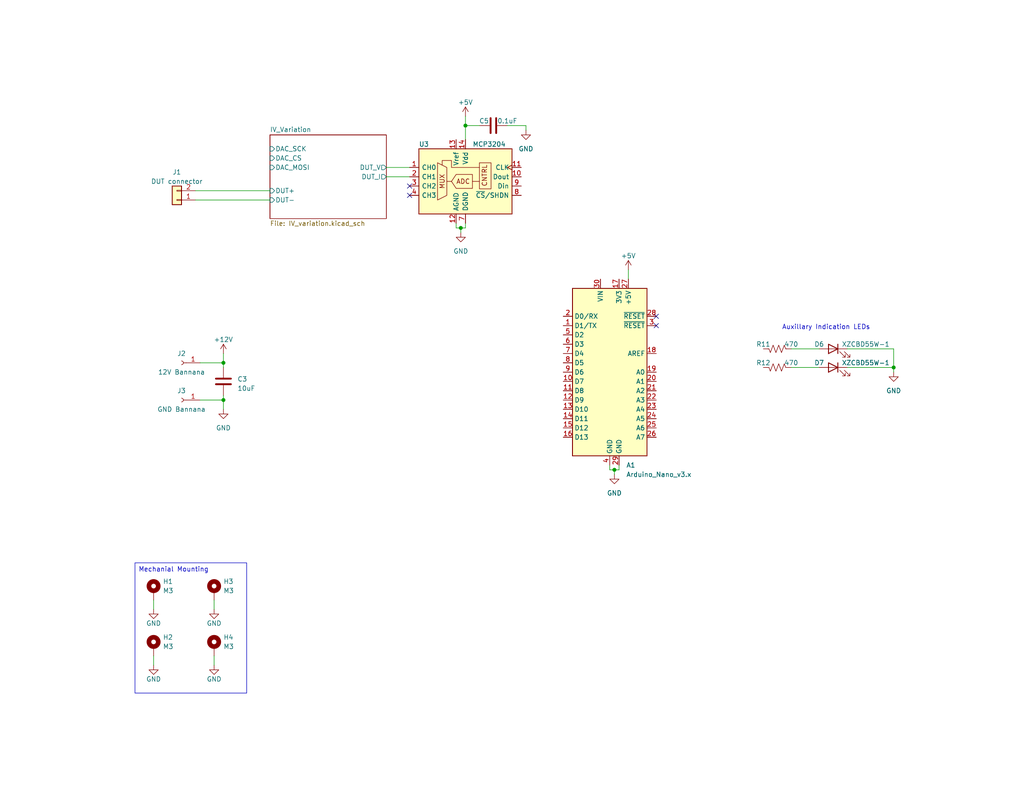
<source format=kicad_sch>
(kicad_sch (version 20230121) (generator eeschema)
  (paper "USLetter")
  (title_block (title "USB Curve Tracer") (date "2022-04-10") (rev "1") (company "Newton Technologies") (comment 1 "Designed by Marek Newton"))
  (lib_symbols
    (symbol "+5V_1" (power) (pin_names (offset 0))
      (property "Value" "+5V_1" (at 0 3.556 0))
      (symbol "+5V_1_0_1"
        (polyline (pts (xy -0.762 1.27) (xy 0 2.54)))
        (polyline (pts (xy 0 0) (xy 0 2.54)))
        (polyline (pts (xy 0 2.54) (xy 0.762 1.27)))
      )
      (symbol "+5V_1_1_1"
        (pin power_in line (at 0 0 90) (length 0) hide (name "+5V") (number "1"))
      )
    )
    (symbol "Analog_ADC:MCP3204" (pin_names (offset 0.762))
      (property "Reference" "U" (at -5.08 10.795 0))
      (property "Value" "MCP3204" (at -5.08 8.89 0))
      (symbol "MCP3204_0_0"
        (text "ADC" (at -0.635 -1.27 0) (effects (font (size 1.27 1.27))))
        (text "CNTRL" (at 5.969 -2.667 900) (effects (font (size 1.27 1.27)) (justify left bottom)))
        (text "MUX" (at -6.35 -1.27 900) (effects (font (size 1.27 1.27))))
      )
      (symbol "MCP3204_0_1"
        (polyline (pts (xy -5.08 -1.27) (xy -3.81 -1.27)))
        (polyline (pts (xy 1.905 -1.27) (xy 3.81 -1.27)))
        (polyline (pts (xy -7.62 3.81) (xy -7.62 -6.35) (xy -5.08 -5.08) (xy -5.08 2.54) (xy -7.62 3.81)))
        (polyline (pts (xy 3.81 2.54) (xy -3.81 2.54) (xy -3.81 4.445) (xy -6.35 4.445) (xy -6.35 3.175)))
        (polyline (pts (xy -3.81 -1.27) (xy -2.54 0.635) (xy 1.905 0.635) (xy 1.905 -3.175) (xy -2.54 -3.175) (xy -3.81 -1.27)))
        (rectangle (start 3.81 -3.302) (end 6.985 3.81))
        (rectangle (start 12.7 7.62) (end -12.7 -10.16) (stroke (width 0.254)) (fill (type background)))
      )
      (symbol "MCP3204_1_1"
        (pin input line (at -15.24 2.54 0) (length 2.54) (name "CH0") (number "1"))
        (pin output line (at 15.24 0 180) (length 2.54) (name "Dout") (number "10"))
        (pin input clock (at 15.24 2.54 180) (length 2.54) (name "CLK") (number "11"))
        (pin power_in line (at -2.54 -12.7 90) (length 2.54) (name "AGND") (number "12"))
        (pin power_in line (at -2.54 10.16 270) (length 2.54) (name "Vref") (number "13"))
        (pin power_in line (at 0 10.16 270) (length 2.54) (name "Vdd") (number "14"))
        (pin input line (at -15.24 0 0) (length 2.54) (name "CH1") (number "2"))
        (pin input line (at -15.24 -2.54 0) (length 2.54) (name "CH2") (number "3"))
        (pin input line (at -15.24 -5.08 0) (length 2.54) (name "CH3") (number "4"))
        (pin no_connect line (at -10.16 -10.16 90) (length 2.54) hide (name "NC") (number "5"))
        (pin no_connect line (at -7.62 -10.16 90) (length 2.54) hide (name "NC") (number "6"))
        (pin power_in line (at 0 -12.7 90) (length 2.54) (name "DGND") (number "7"))
        (pin input line (at 15.24 -5.08 180) (length 2.54) (name "~{CS}/SHDN") (number "8"))
        (pin input line (at 15.24 -2.54 180) (length 2.54) (name "Din") (number "9"))
      )
    )
    (symbol "Connector:Conn_01x01_Socket" (pin_names (offset 1.016) hide)
      (property "Reference" "J" (at 0 2.54 0))
      (property "Value" "Conn_01x01_Socket" (at 0 -2.54 0))
      (symbol "Conn_01x01_Socket_1_1"
        (polyline (pts (xy -1.27 0) (xy -0.508 0)) (stroke (width 0.1524)))
        (arc (start 0 0.508) (mid -0.5058 0) (end 0 -0.508) (stroke (width 0.1524)))
        (pin passive line (at -5.08 0 0) (length 3.81) (name "Pin_1") (number "1"))
      )
    )
    (symbol "Connector_Generic:Conn_01x02" (pin_names (offset 1.016) hide)
      (property "Reference" "J" (at 0 2.54 0))
      (property "Value" "Conn_01x02" (at 0 -5.08 0))
      (symbol "Conn_01x02_1_1"
        (rectangle (start -1.27 -2.413) (end 0 -2.667) (stroke (width 0.1524)))
        (rectangle (start -1.27 0.127) (end 0 -0.127) (stroke (width 0.1524)))
        (rectangle (start -1.27 1.27) (end 1.27 -3.81) (stroke (width 0.254)) (fill (type background)))
        (pin passive line (at -5.08 0 0) (length 3.81) (name "Pin_1") (number "1"))
        (pin passive line (at -5.08 -2.54 0) (length 3.81) (name "Pin_2") (number "2"))
      )
    )
    (symbol "Device:C" (pin_numbers hide) (pin_names (offset 0.254))
      (property "Reference" "C" (at 0.635 2.54 0))
      (property "Value" "C" (at 0.635 -2.54 0))
      (symbol "C_0_1"
        (polyline (pts (xy -2.032 -0.762) (xy 2.032 -0.762)) (stroke (width 0.508)))
        (polyline (pts (xy -2.032 0.762) (xy 2.032 0.762)) (stroke (width 0.508)))
      )
      (symbol "C_1_1"
        (pin passive line (at 0 3.81 270) (length 2.794) (name "~") (number "1"))
        (pin passive line (at 0 -3.81 90) (length 2.794) (name "~") (number "2"))
      )
    )
    (symbol "Device:LED" (pin_numbers hide) (pin_names (offset 1.016) hide)
      (property "Reference" "D" (at 0 2.54 0))
      (property "Value" "LED" (at 0 -2.54 0))
      (symbol "LED_0_1"
        (polyline (pts (xy -1.27 -1.27) (xy -1.27 1.27)) (stroke (width 0.254)))
        (polyline (pts (xy -1.27 0) (xy 1.27 0)))
        (polyline (pts (xy 1.27 -1.27) (xy 1.27 1.27) (xy -1.27 0) (xy 1.27 -1.27)) (stroke (width 0.254)))
        (polyline (pts (xy -3.048 -0.762) (xy -4.572 -2.286) (xy -3.81 -2.286) (xy -4.572 -2.286) (xy -4.572 -1.524)))
        (polyline (pts (xy -1.778 -0.762) (xy -3.302 -2.286) (xy -2.54 -2.286) (xy -3.302 -2.286) (xy -3.302 -1.524)))
      )
      (symbol "LED_1_1"
        (pin passive line (at -3.81 0 0) (length 2.54) (name "K") (number "1"))
        (pin passive line (at 3.81 0 180) (length 2.54) (name "A") (number "2"))
      )
    )
    (symbol "Device:R_US" (pin_numbers hide) (pin_names (offset 0))
      (property "Reference" "R" (at 2.54 0 90))
      (property "Value" "R_US" (at -2.54 0 90))
      (symbol "R_US_0_1"
        (polyline (pts (xy 0 -2.286) (xy 0 -2.54)))
        (polyline (pts (xy 0 2.286) (xy 0 2.54)))
        (polyline (pts (xy 0 -0.762) (xy 1.016 -1.143) (xy 0 -1.524) (xy -1.016 -1.905) (xy 0 -2.286)))
        (polyline (pts (xy 0 0.762) (xy 1.016 0.381) (xy 0 0) (xy -1.016 -0.381) (xy 0 -0.762)))
        (polyline (pts (xy 0 2.286) (xy 1.016 1.905) (xy 0 1.524) (xy -1.016 1.143) (xy 0 0.762)))
      )
      (symbol "R_US_1_1"
        (pin passive line (at 0 3.81 270) (length 1.27) (name "~") (number "1"))
        (pin passive line (at 0 -3.81 90) (length 1.27) (name "~") (number "2"))
      )
    )
    (symbol "GND_1" (power) (pin_names (offset 0))
      (property "Value" "GND_1" (at 0 -3.81 0))
      (symbol "GND_1_0_1"
        (polyline (pts (xy 0 0) (xy 0 -1.27) (xy 1.27 -1.27) (xy 0 -2.54) (xy -1.27 -1.27) (xy 0 -1.27)))
      )
      (symbol "GND_1_1_1"
        (pin power_in line (at 0 0 270) (length 0) hide (name "GND") (number "1"))
      )
    )
    (symbol "MCU_Module:Arduino_Nano_v3.x"
      (property "Reference" "A" (at -10.16 23.495 0))
      (property "Value" "Arduino_Nano_v3.x" (at 5.08 -24.13 0))
      (symbol "Arduino_Nano_v3.x_0_1"
        (rectangle (start -10.16 22.86) (end 10.16 -22.86) (stroke (width 0.254)) (fill (type background)))
      )
      (symbol "Arduino_Nano_v3.x_1_1"
        (pin bidirectional line (at -12.7 12.7 0) (length 2.54) (name "D1/TX") (number "1"))
        (pin bidirectional line (at -12.7 -2.54 0) (length 2.54) (name "D7") (number "10"))
        (pin bidirectional line (at -12.7 -5.08 0) (length 2.54) (name "D8") (number "11"))
        (pin bidirectional line (at -12.7 -7.62 0) (length 2.54) (name "D9") (number "12"))
        (pin bidirectional line (at -12.7 -10.16 0) (length 2.54) (name "D10") (number "13"))
        (pin bidirectional line (at -12.7 -12.7 0) (length 2.54) (name "D11") (number "14"))
        (pin bidirectional line (at -12.7 -15.24 0) (length 2.54) (name "D12") (number "15"))
        (pin bidirectional line (at -12.7 -17.78 0) (length 2.54) (name "D13") (number "16"))
        (pin power_out line (at 2.54 25.4 270) (length 2.54) (name "3V3") (number "17"))
        (pin input line (at 12.7 5.08 180) (length 2.54) (name "AREF") (number "18"))
        (pin bidirectional line (at 12.7 0 180) (length 2.54) (name "A0") (number "19"))
        (pin bidirectional line (at -12.7 15.24 0) (length 2.54) (name "D0/RX") (number "2"))
        (pin bidirectional line (at 12.7 -2.54 180) (length 2.54) (name "A1") (number "20"))
        (pin bidirectional line (at 12.7 -5.08 180) (length 2.54) (name "A2") (number "21"))
        (pin bidirectional line (at 12.7 -7.62 180) (length 2.54) (name "A3") (number "22"))
        (pin bidirectional line (at 12.7 -10.16 180) (length 2.54) (name "A4") (number "23"))
        (pin bidirectional line (at 12.7 -12.7 180) (length 2.54) (name "A5") (number "24"))
        (pin bidirectional line (at 12.7 -15.24 180) (length 2.54) (name "A6") (number "25"))
        (pin bidirectional line (at 12.7 -17.78 180) (length 2.54) (name "A7") (number "26"))
        (pin power_out line (at 5.08 25.4 270) (length 2.54) (name "+5V") (number "27"))
        (pin input line (at 12.7 15.24 180) (length 2.54) (name "~{RESET}") (number "28"))
        (pin power_in line (at 2.54 -25.4 90) (length 2.54) (name "GND") (number "29"))
        (pin input line (at 12.7 12.7 180) (length 2.54) (name "~{RESET}") (number "3"))
        (pin power_in line (at -2.54 25.4 270) (length 2.54) (name "VIN") (number "30"))
        (pin power_in line (at 0 -25.4 90) (length 2.54) (name "GND") (number "4"))
        (pin bidirectional line (at -12.7 10.16 0) (length 2.54) (name "D2") (number "5"))
        (pin bidirectional line (at -12.7 7.62 0) (length 2.54) (name "D3") (number "6"))
        (pin bidirectional line (at -12.7 5.08 0) (length 2.54) (name "D4") (number "7"))
        (pin bidirectional line (at -12.7 2.54 0) (length 2.54) (name "D5") (number "8"))
        (pin bidirectional line (at -12.7 0 0) (length 2.54) (name "D6") (number "9"))
      )
    )
    (symbol "Mechanical:MountingHole_Pad" (pin_numbers hide) (pin_names (offset 1.016) hide)
      (property "Reference" "H" (at 0 6.35 0))
      (property "Value" "MountingHole_Pad" (at 0 4.445 0))
      (symbol "MountingHole_Pad_0_1"
        (circle (center 0 1.27) (radius 1.27) (stroke (width 1.27)))
      )
      (symbol "MountingHole_Pad_1_1"
        (pin input line (at 0 -2.54 90) (length 2.54) (name "1") (number "1"))
      )
    )
    (symbol "power:+12V" (power) (pin_names (offset 0))
      (property "Value" "+12V" (at 0 3.556 0))
      (symbol "+12V_0_1"
        (polyline (pts (xy -0.762 1.27) (xy 0 2.54)))
        (polyline (pts (xy 0 0) (xy 0 2.54)))
        (polyline (pts (xy 0 2.54) (xy 0.762 1.27)))
      )
      (symbol "+12V_1_1"
        (pin power_in line (at 0 0 90) (length 0) hide (name "+12V") (number "1"))
      )
    )
    (symbol "power:GND" (power) (pin_names (offset 0))
      (property "Value" "GND" (at 0 -3.81 0))
      (symbol "GND_0_1"
        (polyline (pts (xy 0 0) (xy 0 -1.27) (xy 1.27 -1.27) (xy 0 -2.54) (xy -1.27 -1.27) (xy 0 -1.27)))
      )
      (symbol "GND_1_1"
        (pin power_in line (at 0 0 270) (length 0) hide (name "GND") (number "1"))
      )
    )
  )
  (junction (at 60.96 109.22))
  (junction (at 243.84 100.33))
  (junction (at 125.73 62.23))
  (junction (at 60.96 99.06))
  (junction (at 167.64 128.27))
  (junction (at 127 34.29))
  (no_connect (at 111.76 53.34))
  (no_connect (at 179.07 86.36))
  (no_connect (at 111.76 50.8))
  (no_connect (at 179.07 88.9))
  (wire (pts (xy 105.41 45.72) (xy 111.76 45.72)))
  (wire (pts (xy 243.84 100.33) (xy 231.14 100.33)))
  (wire (pts (xy 166.37 128.27) (xy 167.64 128.27)))
  (wire (pts (xy 223.52 100.33) (xy 215.9 100.33)))
  (wire (pts (xy 243.84 100.33) (xy 243.84 95.25)))
  (wire (pts (xy 168.91 128.27) (xy 168.91 127)))
  (wire (pts (xy 127 34.29) (xy 130.81 34.29)))
  (wire (pts (xy 143.51 34.29) (xy 143.51 35.56)))
  (wire (pts (xy 127 34.29) (xy 127 38.1)))
  (wire (pts (xy 53.34 52.07) (xy 73.66 52.07)))
  (wire (pts (xy 125.73 62.23) (xy 125.73 63.5)))
  (wire (pts (xy 124.46 60.96) (xy 124.46 62.23)))
  (wire (pts (xy 166.37 127) (xy 166.37 128.27)))
  (wire (pts (xy 125.73 62.23) (xy 127 62.23)))
  (wire (pts (xy 167.64 128.27) (xy 168.91 128.27)))
  (wire (pts (xy 138.43 34.29) (xy 143.51 34.29)))
  (wire (pts (xy 243.84 101.6) (xy 243.84 100.33)))
  (wire (pts (xy 58.42 179.07) (xy 58.42 181.61)))
  (wire (pts (xy 58.42 163.83) (xy 58.42 166.37)))
  (wire (pts (xy 41.91 163.83) (xy 41.91 166.37)))
  (wire (pts (xy 60.96 99.06) (xy 60.96 100.33)))
  (wire (pts (xy 223.52 95.25) (xy 215.9 95.25)))
  (wire (pts (xy 167.64 128.27) (xy 167.64 129.54)))
  (wire (pts (xy 231.14 95.25) (xy 243.84 95.25)))
  (wire (pts (xy 60.96 99.06) (xy 60.96 96.52)))
  (wire (pts (xy 171.45 73.66) (xy 171.45 76.2)))
  (wire (pts (xy 54.61 109.22) (xy 60.96 109.22)))
  (wire (pts (xy 60.96 109.22) (xy 60.96 111.76)))
  (wire (pts (xy 127 60.96) (xy 127 62.23)))
  (wire (pts (xy 105.41 48.26) (xy 111.76 48.26)))
  (wire (pts (xy 127 31.75) (xy 127 34.29)))
  (wire (pts (xy 60.96 107.95) (xy 60.96 109.22)))
  (wire (pts (xy 124.46 62.23) (xy 125.73 62.23)))
  (wire (pts (xy 53.34 54.61) (xy 73.66 54.61)))
  (wire (pts (xy 41.91 179.07) (xy 41.91 181.61)))
  (wire (pts (xy 54.61 99.06) (xy 60.96 99.06)))
  (text_box "Mechanial Mounting" (at 36.83 153.67 0) (size 30.48 35.56) (effects (font (size 1.27 1.27)) (justify left top)))
  (text "Auxillary Indication LEDs" (at 213.36 90.17 0) (effects (font (size 1.27 1.27)) (justify left bottom)))
  (symbol (lib_name "GND_1") (lib_id "power:GND") (at 60.96 111.76 0) (unit 1)
    (property "Reference" "#PWR012" (effects hide))
    (property "Value" "GND" (at 60.96 116.84 0))
  )
  (symbol (lib_name "+5V_1") (lib_id "power:+5V") (at 127 31.75 0) (unit 1)
    (property "Reference" "#PWR024" (effects hide))
    (property "Value" "+5V" (at 127 27.94 0))
  )
  (symbol (lib_id "power:GND") (at 143.51 35.56 0) (mirror y) (unit 1)
    (property "Reference" "#PWR026" (effects hide))
    (property "Value" "GND" (at 143.51 40.64 0))
  )
  (symbol (lib_id "power:+12V") (at 60.96 96.52 0) (unit 1)
    (property "Reference" "#PWR013" (effects hide))
    (property "Value" "+12V" (at 60.96 92.71 0))
  )
  (symbol (lib_id "Mechanical:MountingHole_Pad") (at 41.91 161.29 0) (unit 1)
    (property "Reference" "H1" (at 44.45 158.7499 0) (effects (justify left)))
    (property "Value" "M3" (at 44.45 161.2899 0) (effects (justify left)))
    (property "Footprint" "MountingHole:MountingHole_3.2mm_M3_Pad_Via" (effects hide))
  )
  (symbol (lib_id "Device:C") (at 134.62 34.29 90) (unit 1)
    (property "Reference" "C5" (at 132.08 33.02 90))
    (property "Value" "0.1uF" (at 138.43 33.02 90))
  )
  (symbol (lib_id "power:GND") (at 167.64 129.54 0) (mirror y) (unit 1)
    (property "Reference" "#PWR011" (effects hide))
    (property "Value" "GND" (at 167.64 134.62 0))
  )
  (symbol (lib_id "power:GND") (at 58.42 166.37 0) (unit 1)
    (property "Reference" "#PWR07" (effects hide))
    (property "Value" "GND" (at 58.42 170.18 0))
  )
  (symbol (lib_id "Connector:Conn_01x01_Socket") (at 49.53 109.22 180) (unit 1)
    (property "Reference" "J3" (at 49.53 106.68 0))
    (property "Value" "GND Bannana" (at 49.53 111.76 0))
  )
  (symbol (lib_id "Device:LED") (at 227.33 95.25 0) (mirror y) (unit 1)
    (property "Reference" "D6" (at 223.52 93.98 0))
    (property "Value" "XZCBD55W-1" (at 236.22 93.98 0))
    (property "Footprint" "LED_SMD:LED_1206_3216Metric_Pad1.42x1.75mm_HandSolder" (effects hide))
  )
  (symbol (lib_id "power:GND") (at 243.84 101.6 0) (unit 1)
    (property "Reference" "#PWR025" (effects hide))
    (property "Value" "GND" (at 243.84 106.68 0))
  )
  (symbol (lib_id "power:GND") (at 125.73 63.5 0) (mirror y) (unit 1)
    (property "Reference" "#PWR023" (effects hide))
    (property "Value" "GND" (at 125.73 68.58 0))
  )
  (symbol (lib_id "Mechanical:MountingHole_Pad") (at 58.42 161.29 0) (unit 1)
    (property "Reference" "H3" (at 60.96 158.7499 0) (effects (justify left)))
    (property "Value" "M3" (at 60.96 161.2899 0) (effects (justify left)))
    (property "Footprint" "MountingHole:MountingHole_3.2mm_M3_Pad_Via" (effects hide))
  )
  (symbol (lib_id "Device:C") (at 60.96 104.14 0) (unit 1)
    (property "Reference" "C3" (at 64.77 103.505 0) (effects (justify left)))
    (property "Value" "10uF" (at 64.77 106.045 0) (effects (justify left)))
  )
  (symbol (lib_id "Connector:Conn_01x01_Socket") (at 49.53 99.06 180) (unit 1)
    (property "Reference" "J2" (at 49.53 96.52 0))
    (property "Value" "12V Bannana" (at 49.53 101.6 0))
  )
  (symbol (lib_id "Device:LED") (at 227.33 100.33 0) (mirror y) (unit 1)
    (property "Reference" "D7" (at 223.52 99.06 0))
    (property "Value" "XZCBD55W-1" (at 236.22 99.06 0))
    (property "Footprint" "LED_SMD:LED_1206_3216Metric_Pad1.42x1.75mm_HandSolder" (effects hide))
  )
  (symbol (lib_id "Device:R_US") (at 212.09 95.25 270) (mirror x) (unit 1)
    (property "Reference" "R11" (at 208.28 93.98 90))
    (property "Value" "470" (at 215.9 93.98 90))
    (property "Footprint" "Resistor_THT:R_Axial_DIN0207_L6.3mm_D2.5mm_P7.62mm_Horizontal" (effects hide))
  )
  (symbol (lib_id "power:GND") (at 41.91 181.61 0) (unit 1)
    (property "Reference" "#PWR06" (effects hide))
    (property "Value" "GND" (at 41.91 185.42 0))
  )
  (symbol (lib_id "Connector_Generic:Conn_01x02") (at 48.26 54.61 180) (unit 1)
    (property "Reference" "J1" (at 48.26 46.99 0))
    (property "Value" "DUT connector" (at 48.26 49.53 0))
  )
  (symbol (lib_id "Analog_ADC:MCP3204") (at 127 48.26 0) (unit 1)
    (property "Reference" "U3" (at 114.3 39.37 0) (effects (justify left)))
    (property "Value" "MCP3204" (at 128.9559 39.37 0) (effects (justify left)))
    (property "Datasheet" "http://ww1.microchip.com/downloads/en/DeviceDoc/21298c.pdf" (effects hide))
  )
  (symbol (lib_id "power:GND") (at 58.42 181.61 0) (unit 1)
    (property "Reference" "#PWR08" (effects hide))
    (property "Value" "GND" (at 58.42 185.42 0))
  )
  (symbol (lib_id "power:GND") (at 41.91 166.37 0) (unit 1)
    (property "Reference" "#PWR05" (effects hide))
    (property "Value" "GND" (at 41.91 170.18 0))
  )
  (symbol (lib_id "Device:R_US") (at 212.09 100.33 270) (mirror x) (unit 1)
    (property "Reference" "R12" (at 208.28 99.06 90))
    (property "Value" "470" (at 215.9 99.06 90))
    (property "Footprint" "Resistor_THT:R_Axial_DIN0207_L6.3mm_D2.5mm_P7.62mm_Horizontal" (effects hide))
  )
  (symbol (lib_id "Mechanical:MountingHole_Pad") (at 41.91 176.53 0) (unit 1)
    (property "Reference" "H2" (at 44.45 173.9899 0) (effects (justify left)))
    (property "Value" "M3" (at 44.45 176.5299 0) (effects (justify left)))
    (property "Footprint" "MountingHole:MountingHole_3.2mm_M3_Pad_Via" (effects hide))
  )
  (symbol (lib_id "Mechanical:MountingHole_Pad") (at 58.42 176.53 0) (unit 1)
    (property "Reference" "H4" (at 60.96 173.9899 0) (effects (justify left)))
    (property "Value" "M3" (at 60.96 176.5299 0) (effects (justify left)))
    (property "Footprint" "MountingHole:MountingHole_3.2mm_M3_Pad_Via" (effects hide))
  )
  (symbol (lib_id "MCU_Module:Arduino_Nano_v3.x") (at 166.37 101.6 0) (unit 1)
    (property "Reference" "A1" (at 170.8659 127 0) (effects (justify left)))
    (property "Value" "Arduino_Nano_v3.x" (at 170.8659 129.54 0) (effects (justify left)))
    (property "Footprint" "Module:Arduino_Nano" (effects hide))
    (property "Datasheet" "http://www.mouser.com/pdfdocs/Gravitech_Arduino_Nano3_0.pdf" (effects hide))
  )
  (symbol (lib_name "+5V_1") (lib_id "power:+5V") (at 171.45 73.66 0) (unit 1)
    (property "Reference" "#PWR09" (effects hide))
    (property "Value" "+5V" (at 171.45 69.85 0))
  )
  (sheet (at 73.66 36.83) (size 31.75 22.86) (stroke (width 0.1524))
    (property "Sheetname" "IV_Variation" (at 73.66 36.1184 0) (effects (justify left bottom)))
    (property "Sheetfile" "IV_variation.kicad_sch" (at 73.66 60.2746 0) (effects (justify left top)))
    (pin "DUT-" input (at 73.66 54.61 180))
    (pin "DUT+" input (at 73.66 52.07 180))
    (pin "DUT_I" output (at 105.41 48.26 0))
    (pin "DAC_SCK" input (at 73.66 40.64 180))
    (pin "DAC_CS" input (at 73.66 43.18 180))
    (pin "DAC_MOSI" input (at 73.66 45.72 180))
    (pin "DUT_V" output (at 105.41 45.72 0))
  )
)
</source>
